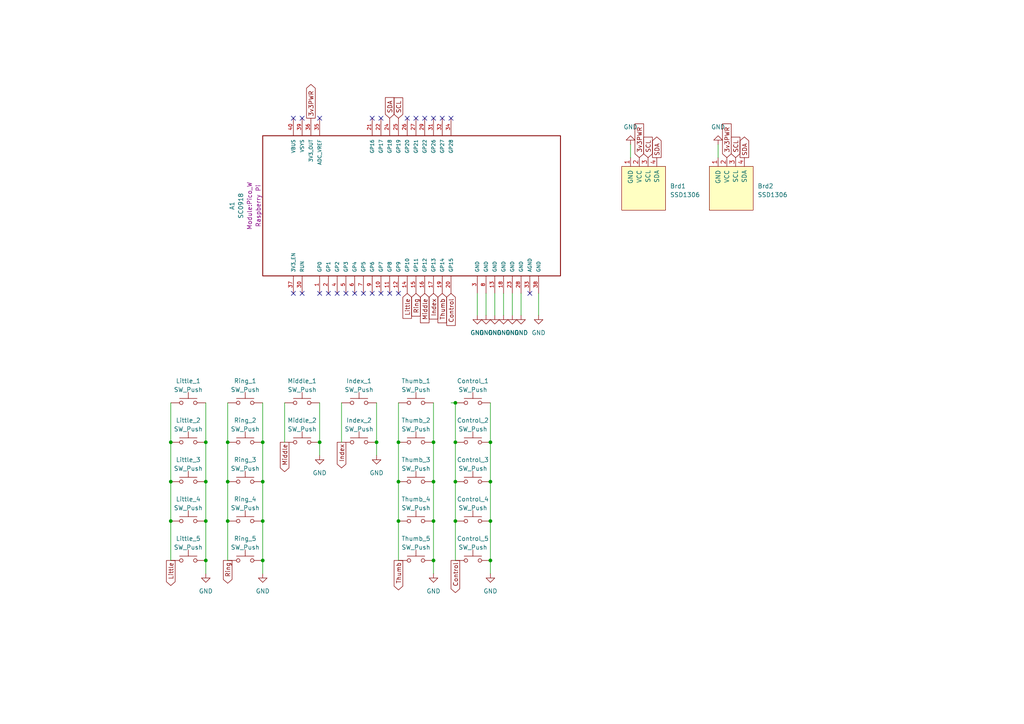
<source format=kicad_sch>
(kicad_sch (version 20230121) (generator eeschema)
  (paper "A4")
  (title_block (title "Blue Chords Keyboard") (date "2023-05-23") (rev "2.0") (company "Rob Miles"))
  (lib_symbols
    (symbol "PICO:SC0918" (pin_names (offset 1.016))
      (property "Reference" "A1" (at 0 58.42 0))
      (property "Value" "SC0918" (at 0 55.88 0))
      (property "Footprint" "Raspberry Pi.pretty:MODULE_SC0918" (at -12.7 -46.99 0))
      (property "manufacturer" "Raspberry Pi" (at 0 53.34 0))
      (symbol "SC0918_0_0"
        (rectangle (start -20.32 -43.18) (end 20.32 43.18) (stroke (width 0.254)))
        (pin bidirectional line (at -25.4 26.67 0) (length 5.08) (name "GP0") (number "1"))
        (pin bidirectional line (at -25.4 8.89 0) (length 5.08) (name "GP7") (number "10"))
        (pin bidirectional line (at -25.4 6.35 0) (length 5.08) (name "GP8") (number "11"))
        (pin bidirectional line (at -25.4 3.81 0) (length 5.08) (name "GP9") (number "12"))
        (pin power_in line (at -25.4 -24.13 0) (length 5.08) (name "GND") (number "13"))
        (pin bidirectional line (at -25.4 1.27 0) (length 5.08) (name "GP10") (number "14"))
        (pin bidirectional line (at -25.4 -1.27 0) (length 5.08) (name "GP11") (number "15"))
        (pin bidirectional line (at -25.4 -3.81 0) (length 5.08) (name "GP12") (number "16"))
        (pin bidirectional line (at -25.4 -6.35 0) (length 5.08) (name "GP13") (number "17"))
        (pin power_in line (at -25.4 -26.67 0) (length 5.08) (name "GND") (number "18"))
        (pin bidirectional line (at -25.4 -8.89 0) (length 5.08) (name "GP14") (number "19"))
        (pin bidirectional line (at -25.4 24.13 0) (length 5.08) (name "GP1") (number "2"))
        (pin bidirectional line (at -25.4 -11.43 0) (length 5.08) (name "GP15") (number "20"))
        (pin bidirectional line (at 25.4 11.43 180) (length 5.08) (name "GP16") (number "21"))
        (pin bidirectional line (at 25.4 8.89 180) (length 5.08) (name "GP17") (number "22"))
        (pin power_in line (at -25.4 -29.21 0) (length 5.08) (name "GND") (number "23"))
        (pin bidirectional line (at 25.4 6.35 180) (length 5.08) (name "GP18") (number "24"))
        (pin bidirectional line (at 25.4 3.81 180) (length 5.08) (name "GP19") (number "25"))
        (pin bidirectional line (at 25.4 1.27 180) (length 5.08) (name "GP20") (number "26"))
        (pin bidirectional line (at 25.4 -1.27 180) (length 5.08) (name "GP21") (number "27"))
        (pin power_in line (at -25.4 -31.75 0) (length 5.08) (name "GND") (number "28"))
        (pin bidirectional line (at 25.4 -3.81 180) (length 5.08) (name "GP22") (number "29"))
        (pin power_in line (at -25.4 -19.05 0) (length 5.08) (name "GND") (number "3"))
        (pin input line (at -25.4 31.75 0) (length 5.08) (name "RUN") (number "30"))
        (pin bidirectional line (at 25.4 -6.35 180) (length 5.08) (name "GP26") (number "31"))
        (pin bidirectional line (at 25.4 -8.89 180) (length 5.08) (name "GP27") (number "32"))
        (pin power_in line (at -25.4 -34.29 0) (length 5.08) (name "AGND") (number "33"))
        (pin bidirectional line (at 25.4 -11.43 180) (length 5.08) (name "GP28") (number "34"))
        (pin power_in line (at 25.4 26.67 180) (length 5.08) (name "ADC_VREF") (number "35"))
        (pin power_in line (at 25.4 29.21 180) (length 5.08) (name "3V3_OUT") (number "36"))
        (pin input line (at -25.4 34.29 0) (length 5.08) (name "3V3_EN") (number "37"))
        (pin power_in line (at -25.4 -36.83 0) (length 5.08) (name "GND") (number "38"))
        (pin free line (at 25.4 31.75 180) (length 5.08) (name "VSYS") (number "39"))
        (pin bidirectional line (at -25.4 21.59 0) (length 5.08) (name "GP2") (number "4"))
        (pin free line (at 25.4 34.29 180) (length 5.08) (name "VBUS") (number "40"))
        (pin bidirectional line (at -25.4 19.05 0) (length 5.08) (name "GP3") (number "5"))
        (pin bidirectional line (at -25.4 16.51 0) (length 5.08) (name "GP4") (number "6"))
        (pin bidirectional line (at -25.4 13.97 0) (length 5.08) (name "GP5") (number "7"))
        (pin power_in line (at -25.4 -21.59 0) (length 5.08) (name "GND") (number "8"))
        (pin bidirectional line (at -25.4 11.43 0) (length 5.08) (name "GP6") (number "9"))
      )
    )
    (symbol "SSD1306-128x64_OLED:SSD1306" (pin_names (offset 1.016))
      (property "Reference" "Brd" (at 0 -3.81 0))
      (property "Value" "SSD1306" (at 0 -1.27 0))
      (symbol "SSD1306_0_1"
        (rectangle (start -6.35 6.35) (end 6.35 -6.35) (fill (type background)))
      )
      (symbol "SSD1306_1_1"
        (pin input line (at -3.81 8.89 270) (length 2.54) (name "GND") (number "1"))
        (pin input line (at -1.27 8.89 270) (length 2.54) (name "VCC") (number "2"))
        (pin input line (at 1.27 8.89 270) (length 2.54) (name "SCL") (number "3"))
        (pin input line (at 3.81 8.89 270) (length 2.54) (name "SDA") (number "4"))
      )
    )
    (symbol "Switch:SW_Push" (pin_numbers hide) (pin_names (offset 1.016) hide)
      (property "Reference" "SW" (at 1.27 2.54 0))
      (property "Value" "SW_Push" (at 0 -1.524 0))
      (symbol "SW_Push_0_1"
        (circle (center -2.032 0) (radius 0.508))
        (polyline (pts (xy 0 1.27) (xy 0 3.048)))
        (polyline (pts (xy 2.54 1.27) (xy -2.54 1.27)))
        (circle (center 2.032 0) (radius 0.508))
        (pin passive line (at -5.08 0 0) (length 2.54) (name "1") (number "1"))
        (pin passive line (at 5.08 0 180) (length 2.54) (name "2") (number "2"))
      )
    )
    (symbol "power:GND" (power) (pin_names (offset 0))
      (property "Value" "GND" (at 0 -3.81 0))
      (symbol "GND_0_1"
        (polyline (pts (xy 0 0) (xy 0 -1.27) (xy 1.27 -1.27) (xy 0 -2.54) (xy -1.27 -1.27) (xy 0 -1.27)))
      )
      (symbol "GND_1_1"
        (pin power_in line (at 0 0 270) (length 0) hide (name "GND") (number "1"))
      )
    )
  )
  (junction (at 76.2 162.56))
  (junction (at 115.57 128.27))
  (junction (at 66.04 151.13))
  (junction (at 142.24 139.7))
  (junction (at 59.69 162.56))
  (junction (at 125.73 162.56))
  (junction (at 115.57 151.13))
  (junction (at 66.04 128.27))
  (junction (at 59.69 128.27))
  (junction (at 109.22 128.27))
  (junction (at 132.08 151.13))
  (junction (at 76.2 151.13))
  (junction (at 59.69 151.13))
  (junction (at 76.2 139.7))
  (junction (at 66.04 139.7))
  (junction (at 76.2 128.27))
  (junction (at 59.69 139.7))
  (junction (at 92.71 128.27))
  (junction (at 142.24 162.56))
  (junction (at 49.53 151.13))
  (junction (at 125.73 139.7))
  (junction (at 125.73 151.13))
  (junction (at 132.08 128.27))
  (junction (at 132.08 116.84))
  (junction (at 142.24 151.13))
  (junction (at 115.57 139.7))
  (junction (at 142.24 128.27))
  (junction (at 49.53 128.27))
  (junction (at 49.53 139.7))
  (junction (at 125.73 128.27))
  (junction (at 132.08 139.7))
  (no_connect (at 102.87 85.09))
  (no_connect (at 125.73 34.29))
  (no_connect (at 128.27 34.29))
  (no_connect (at 92.71 34.29))
  (no_connect (at 87.63 85.09))
  (no_connect (at 107.95 34.29))
  (no_connect (at 110.49 85.09))
  (no_connect (at 105.41 85.09))
  (no_connect (at 95.25 85.09))
  (no_connect (at 153.67 85.09))
  (no_connect (at 100.33 85.09))
  (no_connect (at 92.71 85.09))
  (no_connect (at 113.03 85.09))
  (no_connect (at 85.09 34.29))
  (no_connect (at 130.81 34.29))
  (no_connect (at 110.49 34.29))
  (no_connect (at 85.09 85.09))
  (no_connect (at 107.95 85.09))
  (no_connect (at 87.63 34.29))
  (no_connect (at 97.79 85.09))
  (no_connect (at 118.11 34.29))
  (no_connect (at 120.65 34.29))
  (no_connect (at 123.19 34.29))
  (no_connect (at 115.57 85.09))
  (wire (pts (xy 132.08 116.84) (xy 132.08 128.27)))
  (wire (pts (xy 66.04 151.13) (xy 66.04 162.56)))
  (wire (pts (xy 59.69 151.13) (xy 59.69 162.56)))
  (wire (pts (xy 109.22 128.27) (xy 109.22 132.08)))
  (wire (pts (xy 115.57 151.13) (xy 115.57 162.56)))
  (wire (pts (xy 125.73 151.13) (xy 125.73 162.56)))
  (wire (pts (xy 115.57 139.7) (xy 115.57 151.13)))
  (wire (pts (xy 109.22 116.84) (xy 109.22 128.27)))
  (wire (pts (xy 138.43 85.09) (xy 138.43 91.44)))
  (wire (pts (xy 142.24 151.13) (xy 142.24 162.56)))
  (wire (pts (xy 142.24 162.56) (xy 142.24 166.37)))
  (wire (pts (xy 182.88 45.72) (xy 182.88 41.91)))
  (wire (pts (xy 49.53 151.13) (xy 49.53 162.56)))
  (wire (pts (xy 49.53 116.84) (xy 49.53 128.27)))
  (wire (pts (xy 82.55 116.84) (xy 82.55 128.27)))
  (wire (pts (xy 59.69 116.84) (xy 59.69 128.27)))
  (wire (pts (xy 76.2 151.13) (xy 76.2 162.56)))
  (wire (pts (xy 92.71 116.84) (xy 92.71 128.27)))
  (wire (pts (xy 76.2 139.7) (xy 76.2 151.13)))
  (wire (pts (xy 99.06 116.84) (xy 99.06 128.27)))
  (wire (pts (xy 140.97 85.09) (xy 140.97 91.44)))
  (wire (pts (xy 148.59 85.09) (xy 148.59 91.44)))
  (wire (pts (xy 115.57 116.84) (xy 115.57 128.27)))
  (wire (pts (xy 76.2 128.27) (xy 76.2 139.7)))
  (wire (pts (xy 132.08 128.27) (xy 132.08 139.7)))
  (wire (pts (xy 92.71 128.27) (xy 92.71 132.08)))
  (wire (pts (xy 125.73 162.56) (xy 125.73 166.37)))
  (wire (pts (xy 125.73 128.27) (xy 125.73 139.7)))
  (wire (pts (xy 66.04 139.7) (xy 66.04 151.13)))
  (wire (pts (xy 59.69 162.56) (xy 59.69 166.37)))
  (wire (pts (xy 115.57 128.27) (xy 115.57 139.7)))
  (wire (pts (xy 76.2 162.56) (xy 76.2 166.37)))
  (wire (pts (xy 142.24 139.7) (xy 142.24 151.13)))
  (wire (pts (xy 59.69 139.7) (xy 59.69 151.13)))
  (wire (pts (xy 125.73 139.7) (xy 125.73 151.13)))
  (wire (pts (xy 143.51 85.09) (xy 143.51 91.44)))
  (wire (pts (xy 156.21 85.09) (xy 156.21 91.44)))
  (wire (pts (xy 142.24 116.84) (xy 142.24 128.27)))
  (wire (pts (xy 59.69 128.27) (xy 59.69 139.7)))
  (wire (pts (xy 76.2 116.84) (xy 76.2 128.27)))
  (wire (pts (xy 146.05 85.09) (xy 146.05 91.44)))
  (wire (pts (xy 66.04 128.27) (xy 66.04 139.7)))
  (wire (pts (xy 132.08 151.13) (xy 132.08 162.56)))
  (wire (pts (xy 49.53 128.27) (xy 49.53 139.7)))
  (wire (pts (xy 208.28 45.72) (xy 208.28 41.91)))
  (wire (pts (xy 125.73 116.84) (xy 125.73 128.27)))
  (wire (pts (xy 49.53 139.7) (xy 49.53 151.13)))
  (wire (pts (xy 151.13 85.09) (xy 151.13 91.44)))
  (wire (pts (xy 66.04 116.84) (xy 66.04 128.27)))
  (wire (pts (xy 130.81 116.84) (xy 132.08 116.84)))
  (wire (pts (xy 132.08 139.7) (xy 132.08 151.13)))
  (wire (pts (xy 142.24 128.27) (xy 142.24 139.7)))
  (global_label "Ring" (shape output) (at 66.04 162.56 270) (property "Intersheetrefs" "${INTERSHEET_REFS}" (effects hide)))
  (global_label "SCL" (shape input) (at 213.36 45.72 90) (property "Intersheetrefs" "${INTERSHEET_REFS}" (effects hide)))
  (global_label "Thumb" (shape output) (at 115.57 162.56 270) (property "Intersheetrefs" "${INTERSHEET_REFS}" (effects hide)))
  (global_label "Middle" (shape input) (at 123.19 85.09 270) (property "Intersheetrefs" "${INTERSHEET_REFS}" (effects hide)))
  (global_label "Thumb" (shape input) (at 128.27 85.09 270) (property "Intersheetrefs" "${INTERSHEET_REFS}" (effects hide)))
  (global_label "Ring" (shape input) (at 120.65 85.09 270) (property "Intersheetrefs" "${INTERSHEET_REFS}" (effects hide)))
  (global_label "Little" (shape input) (at 118.11 85.09 270) (property "Intersheetrefs" "${INTERSHEET_REFS}" (effects hide)))
  (global_label "Control" (shape output) (at 132.08 162.56 270) (property "Intersheetrefs" "${INTERSHEET_REFS}" (effects hide)))
  (global_label "Middle" (shape output) (at 82.55 128.27 270) (property "Intersheetrefs" "${INTERSHEET_REFS}" (effects hide)))
  (global_label "3v3PWR" (shape input) (at 185.42 45.72 90) (property "Intersheetrefs" "${INTERSHEET_REFS}" (effects hide)))
  (global_label "Control" (shape input) (at 130.81 85.09 270) (property "Intersheetrefs" "${INTERSHEET_REFS}" (effects hide)))
  (global_label "SCL" (shape input) (at 187.96 45.72 90) (property "Intersheetrefs" "${INTERSHEET_REFS}" (effects hide)))
  (global_label "3v3PWR" (shape input) (at 210.82 45.72 90) (property "Intersheetrefs" "${INTERSHEET_REFS}" (effects hide)))
  (global_label "Index" (shape input) (at 125.73 85.09 270) (property "Intersheetrefs" "${INTERSHEET_REFS}" (effects hide)))
  (global_label "SCL" (shape input) (at 115.57 34.29 90) (property "Intersheetrefs" "${INTERSHEET_REFS}" (effects hide)))
  (global_label "3v3PWR" (shape output) (at 90.17 34.29 90) (property "Intersheetrefs" "${INTERSHEET_REFS}" (effects hide)))
  (global_label "SDA" (shape output) (at 190.5 45.72 90) (property "Intersheetrefs" "${INTERSHEET_REFS}" (effects hide)))
  (global_label "SDA" (shape input) (at 113.03 34.29 90) (property "Intersheetrefs" "${INTERSHEET_REFS}" (effects hide)))
  (global_label "Little" (shape output) (at 49.53 162.56 270) (property "Intersheetrefs" "${INTERSHEET_REFS}" (effects hide)))
  (global_label "Index" (shape output) (at 99.06 128.27 270) (property "Intersheetrefs" "${INTERSHEET_REFS}" (effects hide)))
  (global_label "SDA" (shape output) (at 215.9 45.72 90) (property "Intersheetrefs" "${INTERSHEET_REFS}" (effects hide)))
  (symbol (lib_id "Switch:SW_Push") (at 104.14 116.84 0) (unit 1)
    (property "Reference" "Index_1" (at 104.14 110.49 0))
    (property "Value" "SW_Push" (at 104.14 113.03 0))
    (property "Footprint" "FlippedKeys:SW_Hotswap_Kailh_MX" (effects hide))
  )
  (symbol (lib_id "Switch:SW_Push") (at 87.63 128.27 0) (unit 1)
    (property "Reference" "Middle_2" (at 87.63 121.92 0))
    (property "Value" "SW_Push" (at 87.63 124.46 0))
    (property "Footprint" "FlippedKeys:SW_Hotswap_Kailh_MX" (effects hide))
  )
  (symbol (lib_id "Switch:SW_Push") (at 120.65 162.56 0) (unit 1)
    (property "Reference" "Thumb_5" (at 120.65 156.21 0))
    (property "Value" "SW_Push" (at 120.65 158.75 0))
    (property "Footprint" "FlippedKeys:SW_Hotswap_Kailh_MX" (effects hide))
  )
  (symbol (lib_id "Switch:SW_Push") (at 137.16 128.27 0) (unit 1)
    (property "Reference" "Control_2" (at 137.16 121.92 0))
    (property "Value" "SW_Push" (at 137.16 124.46 0))
    (property "Footprint" "FlippedKeys:SW_Hotswap_Kailh_MX" (effects hide))
  )
  (symbol (lib_id "Switch:SW_Push") (at 71.12 128.27 0) (unit 1)
    (property "Reference" "Ring_2" (at 71.12 121.92 0))
    (property "Value" "SW_Push" (at 71.12 124.46 0))
    (property "Footprint" "FlippedKeys:SW_Hotswap_Kailh_MX" (effects hide))
  )
  (symbol (lib_id "Switch:SW_Push") (at 71.12 116.84 0) (unit 1)
    (property "Reference" "Ring_1" (at 71.12 110.49 0))
    (property "Value" "SW_Push" (at 71.12 113.03 0))
    (property "Footprint" "FlippedKeys:SW_Hotswap_Kailh_MX" (effects hide))
  )
  (symbol (lib_id "Switch:SW_Push") (at 71.12 139.7 0) (unit 1)
    (property "Reference" "Ring_3" (at 71.12 133.35 0))
    (property "Value" "SW_Push" (at 71.12 135.89 0))
    (property "Footprint" "FlippedKeys:SW_Hotswap_Kailh_MX" (effects hide))
  )
  (symbol (lib_id "Switch:SW_Push") (at 137.16 162.56 0) (unit 1)
    (property "Reference" "Control_5" (at 137.16 156.21 0))
    (property "Value" "SW_Push" (at 137.16 158.75 0))
    (property "Footprint" "FlippedKeys:SW_Hotswap_Kailh_MX" (effects hide))
  )
  (symbol (lib_id "power:GND") (at 208.28 41.91 180) (unit 1)
    (property "Reference" "#PWR015" (effects hide))
    (property "Value" "GND" (at 208.28 36.83 0))
  )
  (symbol (lib_id "Switch:SW_Push") (at 137.16 116.84 0) (unit 1)
    (property "Reference" "Control_1" (at 137.16 110.49 0))
    (property "Value" "SW_Push" (at 137.16 113.03 0))
    (property "Footprint" "FlippedKeys:SW_Hotswap_Kailh_MX" (effects hide))
  )
  (symbol (lib_id "power:GND") (at 151.13 91.44 0) (unit 1)
    (property "Reference" "#PWR08" (effects hide))
    (property "Value" "GND" (at 151.13 96.52 0))
  )
  (symbol (lib_id "Switch:SW_Push") (at 120.65 139.7 0) (unit 1)
    (property "Reference" "Thumb_3" (at 120.65 133.35 0))
    (property "Value" "SW_Push" (at 120.65 135.89 0))
    (property "Footprint" "FlippedKeys:SW_Hotswap_Kailh_MX" (effects hide))
  )
  (symbol (lib_id "Switch:SW_Push") (at 54.61 162.56 0) (unit 1)
    (property "Reference" "Little_5" (at 54.61 156.21 0))
    (property "Value" "SW_Push" (at 54.61 158.75 0))
    (property "Footprint" "FlippedKeys:SW_Hotswap_Kailh_MX" (effects hide))
  )
  (symbol (lib_id "Switch:SW_Push") (at 87.63 116.84 0) (unit 1)
    (property "Reference" "Middle_1" (at 87.63 110.49 0))
    (property "Value" "SW_Push" (at 87.63 113.03 0))
    (property "Footprint" "FlippedKeys:SW_Hotswap_Kailh_MX" (effects hide))
  )
  (symbol (lib_id "Switch:SW_Push") (at 120.65 116.84 0) (unit 1)
    (property "Reference" "Thumb_1" (at 120.65 110.49 0))
    (property "Value" "SW_Push" (at 120.65 113.03 0))
    (property "Footprint" "FlippedKeys:SW_Hotswap_Kailh_MX" (effects hide))
  )
  (symbol (lib_id "Switch:SW_Push") (at 71.12 151.13 0) (unit 1)
    (property "Reference" "Ring_4" (at 71.12 144.78 0))
    (property "Value" "SW_Push" (at 71.12 147.32 0))
    (property "Footprint" "FlippedKeys:SW_Hotswap_Kailh_MX" (effects hide))
  )
  (symbol (lib_id "Switch:SW_Push") (at 71.12 162.56 0) (unit 1)
    (property "Reference" "Ring_5" (at 71.12 156.21 0))
    (property "Value" "SW_Push" (at 71.12 158.75 0))
    (property "Footprint" "FlippedKeys:SW_Hotswap_Kailh_MX" (effects hide))
  )
  (symbol (lib_id "Switch:SW_Push") (at 54.61 116.84 0) (unit 1)
    (property "Reference" "Little_1" (at 54.61 110.49 0))
    (property "Value" "SW_Push" (at 54.61 113.03 0))
    (property "Footprint" "FlippedKeys:SW_Hotswap_Kailh_MX" (effects hide))
  )
  (symbol (lib_id "Switch:SW_Push") (at 120.65 151.13 0) (unit 1)
    (property "Reference" "Thumb_4" (at 120.65 144.78 0))
    (property "Value" "SW_Push" (at 120.65 147.32 0))
    (property "Footprint" "FlippedKeys:SW_Hotswap_Kailh_MX" (effects hide))
  )
  (symbol (lib_id "power:GND") (at 142.24 166.37 0) (unit 1)
    (property "Reference" "#PWR07" (effects hide))
    (property "Value" "GND" (at 142.24 171.45 0))
  )
  (symbol (lib_id "power:GND") (at 92.71 132.08 0) (unit 1)
    (property "Reference" "#PWR04" (effects hide))
    (property "Value" "GND" (at 92.71 137.16 0))
  )
  (symbol (lib_id "power:GND") (at 182.88 41.91 180) (unit 1)
    (property "Reference" "#PWR014" (effects hide))
    (property "Value" "GND" (at 182.88 36.83 0))
  )
  (symbol (lib_id "power:GND") (at 125.73 166.37 0) (unit 1)
    (property "Reference" "#PWR06" (effects hide))
    (property "Value" "GND" (at 125.73 171.45 0))
  )
  (symbol (lib_id "power:GND") (at 109.22 132.08 0) (unit 1)
    (property "Reference" "#PWR05" (effects hide))
    (property "Value" "GND" (at 109.22 137.16 0))
  )
  (symbol (lib_id "power:GND") (at 138.43 91.44 0) (unit 1)
    (property "Reference" "#PWR013" (effects hide))
    (property "Value" "GND" (at 138.43 96.52 0))
  )
  (symbol (lib_id "power:GND") (at 148.59 91.44 0) (unit 1)
    (property "Reference" "#PWR09" (effects hide))
    (property "Value" "GND" (at 148.59 96.52 0))
  )
  (symbol (lib_id "PICO:SC0918") (at 119.38 59.69 90) (unit 1)
    (property "Reference" "A1" (at 67.31 59.69 0))
    (property "Value" "SC0918" (at 69.85 59.69 0))
    (property "Footprint" "Module:Pico_W" (at 72.39 59.69 0))
    (property "Datasheet" "https://datasheets.raspberrypi.com/picow/pico-w-datasheet.pdf" (effects hide))
    (property "manufacturer" "Raspberry Pi" (at 74.93 59.69 0))
    (property "P/N" "SC0918" (effects hide))
    (property "PARTREV" "1.6" (effects hide))
    (property "MAXIMUM_PACKAGE_HEIGHT" "3.73mm" (effects hide))
  )
  (symbol (lib_id "power:GND") (at 156.21 91.44 0) (unit 1)
    (property "Reference" "#PWR01" (effects hide))
    (property "Value" "GND" (at 156.21 96.52 0))
  )
  (symbol (lib_id "power:GND") (at 76.2 166.37 0) (unit 1)
    (property "Reference" "#PWR03" (effects hide))
    (property "Value" "GND" (at 76.2 171.45 0))
  )
  (symbol (lib_id "Switch:SW_Push") (at 54.61 128.27 0) (unit 1)
    (property "Reference" "Little_2" (at 54.61 121.92 0))
    (property "Value" "SW_Push" (at 54.61 124.46 0))
    (property "Footprint" "FlippedKeys:SW_Hotswap_Kailh_MX" (effects hide))
  )
  (symbol (lib_id "power:GND") (at 59.69 166.37 0) (unit 1)
    (property "Reference" "#PWR02" (effects hide))
    (property "Value" "GND" (at 59.69 171.45 0))
  )
  (symbol (lib_id "Switch:SW_Push") (at 104.14 128.27 0) (unit 1)
    (property "Reference" "Index_2" (at 104.14 121.92 0))
    (property "Value" "SW_Push" (at 104.14 124.46 0))
    (property "Footprint" "FlippedKeys:SW_Hotswap_Kailh_MX" (effects hide))
  )
  (symbol (lib_id "SSD1306-128x64_OLED:SSD1306") (at 186.69 54.61 0) (unit 1)
    (property "Reference" "Brd1" (at 194.31 53.975 0) (effects (justify left)))
    (property "Value" "SSD1306" (at 194.31 56.515 0) (effects (justify left)))
    (property "Footprint" "RobsStuff:128x64OLED" (effects hide))
  )
  (symbol (lib_id "power:GND") (at 143.51 91.44 0) (unit 1)
    (property "Reference" "#PWR011" (effects hide))
    (property "Value" "GND" (at 143.51 96.52 0))
  )
  (symbol (lib_id "Switch:SW_Push") (at 120.65 128.27 0) (unit 1)
    (property "Reference" "Thumb_2" (at 120.65 121.92 0))
    (property "Value" "SW_Push" (at 120.65 124.46 0))
    (property "Footprint" "FlippedKeys:SW_Hotswap_Kailh_MX" (effects hide))
  )
  (symbol (lib_id "Switch:SW_Push") (at 54.61 139.7 0) (unit 1)
    (property "Reference" "Little_3" (at 54.61 133.35 0))
    (property "Value" "SW_Push" (at 54.61 135.89 0))
    (property "Footprint" "FlippedKeys:SW_Hotswap_Kailh_MX" (effects hide))
  )
  (symbol (lib_id "SSD1306-128x64_OLED:SSD1306") (at 212.09 54.61 0) (unit 1)
    (property "Reference" "Brd2" (at 219.71 53.975 0) (effects (justify left)))
    (property "Value" "SSD1306" (at 219.71 56.515 0) (effects (justify left)))
    (property "Footprint" "RobsStuff:128x64OLED" (effects hide))
  )
  (symbol (lib_id "Switch:SW_Push") (at 137.16 139.7 0) (unit 1)
    (property "Reference" "Control_3" (at 137.16 133.35 0))
    (property "Value" "SW_Push" (at 137.16 135.89 0))
    (property "Footprint" "FlippedKeys:SW_Hotswap_Kailh_MX" (effects hide))
  )
  (symbol (lib_id "power:GND") (at 146.05 91.44 0) (unit 1)
    (property "Reference" "#PWR010" (effects hide))
    (property "Value" "GND" (at 146.05 96.52 0))
  )
  (symbol (lib_id "power:GND") (at 140.97 91.44 0) (unit 1)
    (property "Reference" "#PWR012" (effects hide))
    (property "Value" "GND" (at 140.97 96.52 0))
  )
  (symbol (lib_id "Switch:SW_Push") (at 54.61 151.13 0) (unit 1)
    (property "Reference" "Little_4" (at 54.61 144.78 0))
    (property "Value" "SW_Push" (at 54.61 147.32 0))
    (property "Footprint" "FlippedKeys:SW_Hotswap_Kailh_MX" (effects hide))
  )
  (symbol (lib_id "Switch:SW_Push") (at 137.16 151.13 0) (unit 1)
    (property "Reference" "Control_4" (at 137.16 144.78 0))
    (property "Value" "SW_Push" (at 137.16 147.32 0))
    (property "Footprint" "FlippedKeys:SW_Hotswap_Kailh_MX" (effects hide))
  )
)
</source>
